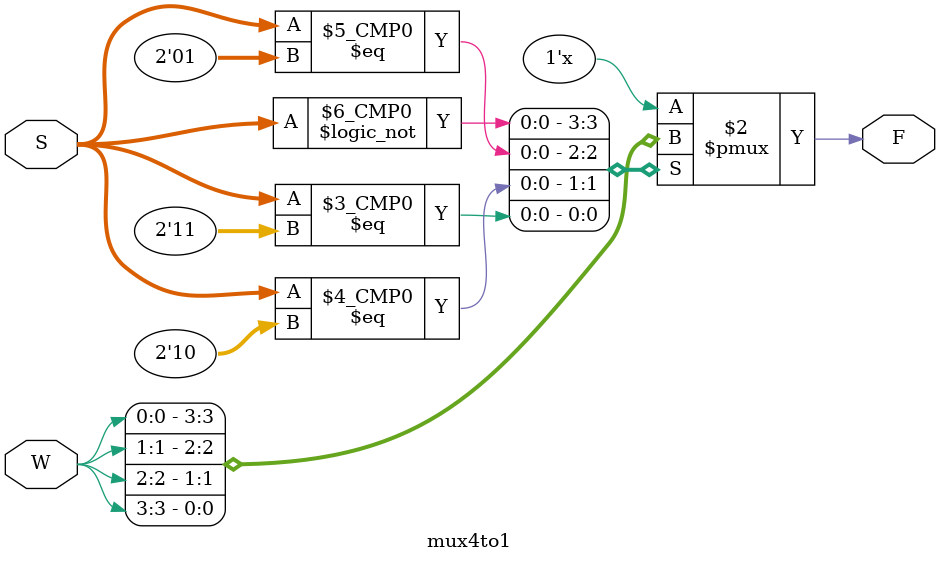
<source format=v>
`timescale 1ns / 1ps


module mux4to1(W, S, F);
    input[4:0] W;
    input[1:0] S;
    output reg F;
    
    always @(W,S)
        case(S)
            0: F = W[0];
            1: F = W[1];
            2: F = W[2];
            3: F = W[3];
        endcase
endmodule

</source>
